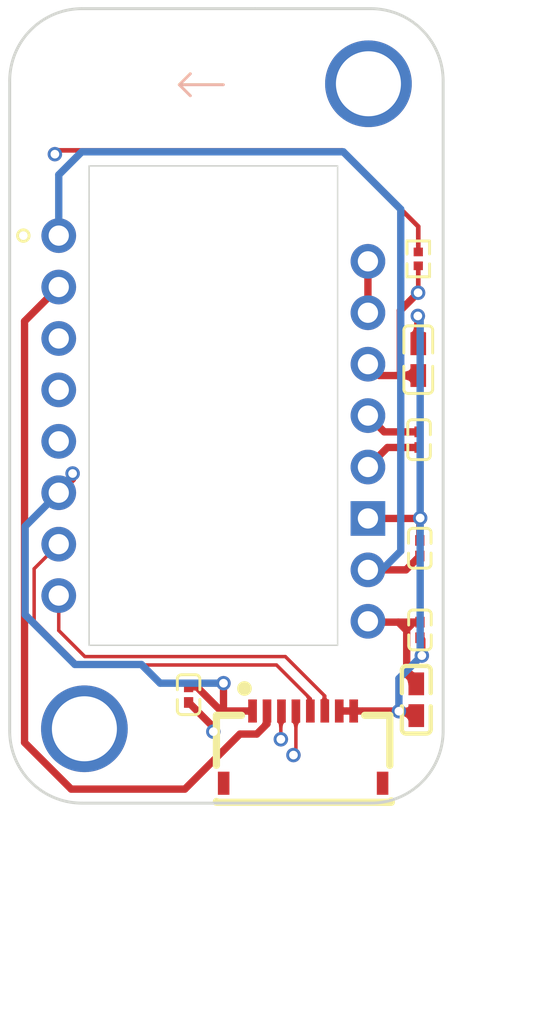
<source format=kicad_pcb>
(kicad_pcb (version 20241229) (generator "pcbnew") (generator_version "9.0")
  (layers (0 "F.Cu" signal) (4 "In1.Cu" signal) (6 "In2.Cu" signal) (8 "In3.Cu" signal) (10 "In4.Cu" signal) (2 "B.Cu" signal) (13 "F.Paste" user) (15 "B.Paste" user) (5 "F.SilkS" user "F.Silkscreen") (7 "B.SilkS" user "B.Silkscreen") (1 "F.Mask" user) (3 "B.Mask" user) (25 "Edge.Cuts" user))
  (net 0 "")
  (net 1 "Net-(U4-CN)")
  (net 2 "Net-(U4-CP)")
  (net 3 "Net-(U4-VCP)")
  (net 4 "Net-(U4-+VCSEL)")
  (net 7 "Net-(U4--VCSEL)")
  (net 9 "D_SS1_CLK")
  (net 10 "D_SS1_NCS")
  (net 11 "D_SS1_MTN")
  (net 12 "D_SS1_RST")
  (net 13 "D_SS1_DIO")
  (net 14 "D_SS1_1V8")
  (net 15 "D_SS1_GND")
  (footprint "pmw3610:PMW3610" (layer "F.Cu") (at 34.093323 44.266182)
    (property "Reference" "U4" (hide yes))
    (property "Value" "PMW3610")
    (fp_circle (center -1.225 0) (end -1.025 0) (stroke (width 0.1)) (fill no) (layer "F.SilkS"))
    (fp_line (start 1.05 -2.413) (end 1.05 -1.18) (stroke (width 0.05)) (layer "Edge.Cuts"))
    (fp_line (start 1.05 -2.413) (end 9.65 -2.413) (stroke (width 0.05)) (layer "Edge.Cuts"))
    (fp_line (start 1.05 -1.18) (end 1.05 14.18) (stroke (width 0.05)) (layer "Edge.Cuts"))
    (fp_line (start 1.05 14.18) (end 9.65 14.18) (stroke (width 0.05)) (layer "Edge.Cuts"))
    (fp_line (start 9.65 -2.413) (end 9.65 -1.18) (stroke (width 0.05)) (layer "Edge.Cuts"))
    (fp_line (start 9.65 -1.18) (end 9.65 14.18) (stroke (width 0.05)) (layer "Edge.Cuts"))
    (pad "1" thru_hole circle (at 0 0) (size 1.2 1.2) (drill 0.7) (layers "*.Cu" "*.Mask") (net 4 "Net-(U4-+VCSEL)"))
    (pad "2" thru_hole circle (at 0 1.78) (size 1.2 1.2) (drill 0.7) (layers "*.Cu" "*.Mask") (net 13 "D_SS1_DIO"))
    (pad "3" thru_hole circle (at 0 3.56) (size 1.2 1.2) (drill 0.7) (layers "*.Cu" "*.Mask") (net 9 "D_SS1_CLK"))
    (pad "4" thru_hole circle (at 0 5.34) (size 1.2 1.2) (drill 0.7) (layers "*.Cu" "*.Mask"))
    (pad "5" thru_hole circle (at 0 7.12) (size 1.2 1.2) (drill 0.7) (layers "*.Cu" "*.Mask") (net 10 "D_SS1_NCS"))
    (pad "6" thru_hole circle (at 0 8.9) (size 1.2 1.2) (drill 0.7) (layers "*.Cu" "*.Mask") (net 14 "D_SS1_1V8"))
    (pad "7" thru_hole circle (at 0 10.68) (size 1.2 1.2) (drill 0.7) (layers "*.Cu" "*.Mask") (net 12 "D_SS1_RST"))
    (pad "8" thru_hole circle (at 0 12.46) (size 1.2 1.2) (drill 0.7) (layers "*.Cu" "*.Mask") (net 11 "D_SS1_MTN"))
    (pad "9" thru_hole circle (at 10.7 13.35) (size 1.2 1.2) (drill 0.7) (layers "*.Cu" "*.Mask") (net 3 "Net-(U4-VCP)"))
    (pad "10" thru_hole circle (at 10.7 11.57) (size 1.2 1.2) (drill 0.7) (layers "*.Cu" "*.Mask") (net 4 "Net-(U4-+VCSEL)"))
    (pad "11" thru_hole rect (at 10.7 9.79) (size 1.2 1.2) (drill 0.7) (layers "*.Cu" "*.Mask") (net 15 "D_SS1_GND"))
    (pad "12" thru_hole circle (at 10.7 8.01) (size 1.2 1.2) (drill 0.7) (layers "*.Cu" "*.Mask") (net 2 "Net-(U4-CP)"))
    (pad "13" thru_hole circle (at 10.7 6.23) (size 1.2 1.2) (drill 0.7) (layers "*.Cu" "*.Mask") (net 1 "Net-(U4-CN)"))
    (pad "14" thru_hole circle (at 10.7 4.45) (size 1.2 1.2) (drill 0.7) (layers "*.Cu" "*.Mask") (net 14 "D_SS1_1V8"))
    (pad "15" thru_hole circle (at 10.7 2.67) (size 1.2 1.2) (drill 0.7) (layers "*.Cu" "*.Mask") (net 7 "Net-(U4--VCSEL)"))
    (pad "16" thru_hole circle (at 10.7 0.89) (size 1.2 1.2) (drill 0.7) (layers "*.Cu" "*.Mask") (net 7 "Net-(U4--VCSEL)"))
  )
  (footprint "easyeda2kicad:C0402" (layer "F.Cu") (at 46.535234 48.560101 90)
    (property "Reference" "C23" (hide yes))
    (property "Value" "GRM155R60J226ME11D")
    (fp_line (start 1.02 -0.5) (end 0.23 -0.5) (stroke (width 0.1)) (layer "F.SilkS"))
    (fp_line (start -1.02 -0.5) (end -0.23 -0.5) (stroke (width 0.1)) (layer "F.SilkS"))
    (fp_line (start 1.17 0.35) (end 1.17 -0.35) (stroke (width 0.1)) (layer "F.SilkS"))
    (fp_line (start -1.17 0.35) (end -1.17 -0.35) (stroke (width 0.1)) (layer "F.SilkS"))
    (fp_line (start 0.23 0.5) (end 1.02 0.5) (stroke (width 0.1)) (layer "F.SilkS"))
    (fp_line (start -0.23 0.5) (end -1.02 0.5) (stroke (width 0.1)) (layer "F.SilkS"))
    (fp_arc (start 1.02 -0.5) (mid 1.126066 -0.456066) (end 1.17 -0.35) (stroke (width 0.1)) (layer "F.SilkS"))
    (fp_arc (start -1.17 -0.35) (mid -1.126066 -0.456066) (end -1.02 -0.5) (stroke (width 0.1)) (layer "F.SilkS"))
    (fp_arc (start 1.17 0.35) (mid 1.126066 0.456066) (end 1.02 0.5) (stroke (width 0.1)) (layer "F.SilkS"))
    (fp_arc (start -1.02 0.5) (mid -1.126066 0.456066) (end -1.17 0.35) (stroke (width 0.1)) (layer "F.SilkS"))
    (pad "1" smd rect (at -0.55 0 90) (size 0.79 0.54) (layers "F.Cu" "F.Mask" "F.Paste") (net 14 "D_SS1_1V8"))
    (pad "2" smd rect (at 0.55 0 90) (size 0.79 0.54) (layers "F.Cu" "F.Mask" "F.Paste") (net 15 "D_SS1_GND"))
  )
  (footprint "easyeda2kicad:C0201" (layer "F.Cu") (at 38.5874 60.155845 90)
    (property "Reference" "C37" (hide yes))
    (property "Value" "CGA0201X5R104K100ET")
    (fp_line (start 0.53 -0.39) (end 0.17 -0.39) (stroke (width 0.1)) (layer "F.SilkS"))
    (fp_line (start -0.53 -0.39) (end -0.17 -0.39) (stroke (width 0.1)) (layer "F.SilkS"))
    (fp_line (start 0.69 0.24) (end 0.69 -0.24) (stroke (width 0.1)) (layer "F.SilkS"))
    (fp_line (start -0.69 0.24) (end -0.69 -0.24) (stroke (width 0.1)) (layer "F.SilkS"))
    (fp_line (start 0.17 0.39) (end 0.53 0.39) (stroke (width 0.1)) (layer "F.SilkS"))
    (fp_line (start -0.17 0.39) (end -0.53 0.39) (stroke (width 0.1)) (layer "F.SilkS"))
    (fp_arc (start 0.53 -0.39) (mid 0.642835 -0.349658) (end 0.690333 -0.239643) (stroke (width 0.1)) (layer "F.SilkS"))
    (fp_arc (start -0.690333 -0.239643) (mid -0.642836 -0.349658) (end -0.53 -0.39) (stroke (width 0.1)) (layer "F.SilkS"))
    (fp_arc (start 0.69 0.24) (mid 0.642348 0.349658) (end 0.529667 0.389644) (stroke (width 0.1)) (layer "F.SilkS"))
    (fp_arc (start -0.529667 0.389644) (mid -0.642348 0.349659) (end -0.69 0.24) (stroke (width 0.1)) (layer "F.SilkS"))
    (pad "1" smd rect (at -0.27 0 90) (size 0.37 0.32) (layers "F.Cu" "F.Mask" "F.Paste") (net 15 "D_SS1_GND"))
    (pad "2" smd rect (at 0.27 0 90) (size 0.37 0.32) (layers "F.Cu" "F.Mask" "F.Paste") (net 14 "D_SS1_1V8"))
  )
  (footprint "easyeda2kicad:C0402" (layer "F.Cu") (at 46.467009 60.331826 90)
    (property "Reference" "C25" (hide yes))
    (property "Value" "CL05A106MP5NUNC_C315248")
    (fp_line (start 1.02 -0.5) (end 0.23 -0.5) (stroke (width 0.15)) (layer "F.SilkS"))
    (fp_line (start -1.02 -0.5) (end -0.23 -0.5) (stroke (width 0.15)) (layer "F.SilkS"))
    (fp_line (start 1.17 0.35) (end 1.17 -0.35) (stroke (width 0.15)) (layer "F.SilkS"))
    (fp_line (start -1.17 0.35) (end -1.17 -0.35) (stroke (width 0.15)) (layer "F.SilkS"))
    (fp_line (start 0.23 0.5) (end 1.02 0.5) (stroke (width 0.15)) (layer "F.SilkS"))
    (fp_line (start -0.23 0.5) (end -1.02 0.5) (stroke (width 0.15)) (layer "F.SilkS"))
    (fp_arc (start 1.02 -0.5) (mid 1.126066 -0.456066) (end 1.17 -0.35) (stroke (width 0.15)) (layer "F.SilkS"))
    (fp_arc (start -1.17 -0.35) (mid -1.126066 -0.456066) (end -1.02 -0.5) (stroke (width 0.15)) (layer "F.SilkS"))
    (fp_arc (start 1.17 0.35) (mid 1.126066 0.456066) (end 1.02 0.5) (stroke (width 0.15)) (layer "F.SilkS"))
    (fp_arc (start -1.02 0.5) (mid -1.126066 0.456066) (end -1.17 0.35) (stroke (width 0.15)) (layer "F.SilkS"))
    (pad "1" smd rect (at -0.55 0 90) (size 0.79 0.54) (layers "F.Cu" "F.Mask" "F.Paste") (net 15 "D_SS1_GND"))
    (pad "2" smd rect (at 0.55 0 90) (size 0.79 0.54) (layers "F.Cu" "F.Mask" "F.Paste") (net 3 "Net-(U4-VCP)"))
  )
  (footprint "easyeda2kicad:C0201" (layer "F.Cu") (at 46.588036 55.087036 -90)
    (property "Reference" "C40" (hide yes))
    (property "Value" "0201B103K160NT")
    (fp_line (start -0.17 0.39) (end -0.53 0.39) (stroke (width 0.1)) (layer "F.SilkS"))
    (fp_line (start 0.17 0.39) (end 0.53 0.39) (stroke (width 0.1)) (layer "F.SilkS"))
    (fp_line (start -0.69 0.24) (end -0.69 -0.24) (stroke (width 0.1)) (layer "F.SilkS"))
    (fp_line (start 0.69 0.24) (end 0.69 -0.24) (stroke (width 0.1)) (layer "F.SilkS"))
    (fp_line (start -0.53 -0.39) (end -0.17 -0.39) (stroke (width 0.1)) (layer "F.SilkS"))
    (fp_line (start 0.53 -0.39) (end 0.17 -0.39) (stroke (width 0.1)) (layer "F.SilkS"))
    (fp_arc (start -0.529667 0.389644) (mid -0.642348 0.349659) (end -0.69 0.24) (stroke (width 0.1)) (layer "F.SilkS"))
    (fp_arc (start 0.69 0.24) (mid 0.642348 0.349658) (end 0.529667 0.389644) (stroke (width 0.1)) (layer "F.SilkS"))
    (fp_arc (start -0.690333 -0.239643) (mid -0.642836 -0.349658) (end -0.53 -0.39) (stroke (width 0.1)) (layer "F.SilkS"))
    (fp_arc (start 0.53 -0.39) (mid 0.642835 -0.349658) (end 0.690333 -0.239643) (stroke (width 0.1)) (layer "F.SilkS"))
    (pad "1" smd rect (at -0.27 0 270) (size 0.37 0.32) (layers "F.Cu" "F.Mask" "F.Paste") (net 15 "D_SS1_GND"))
    (pad "2" smd rect (at 0.27 0 270) (size 0.37 0.32) (layers "F.Cu" "F.Mask" "F.Paste") (net 4 "Net-(U4-+VCSEL)"))
  )
  (footprint "easyeda2kicad:FPC-SMD_8P-P0.50_JS_AFH34-S08FIA-1H" (layer "F.Cu") (at 42.550323 61.971582 180)
    (property "Reference" "FPC2" (hide yes))
    (property "Value" "AFH34-S08FIA-1H")
    (fp_line (start 3 1.1) (end 3 -0.63) (stroke (width 0.25)) (layer "F.SilkS"))
    (fp_line (start 3 -1.88) (end 3 -1.91) (stroke (width 0.25)) (layer "F.SilkS"))
    (fp_line (start 3 -1.91) (end -3 -1.91) (stroke (width 0.25)) (layer "F.SilkS"))
    (fp_line (start 2.13 1.1) (end 3 1.1) (stroke (width 0.25)) (layer "F.SilkS"))
    (fp_line (start -3 1.1) (end -2.13 1.1) (stroke (width 0.25)) (layer "F.SilkS"))
    (fp_line (start -3 1.1) (end -3 -0.63) (stroke (width 0.25)) (layer "F.SilkS"))
    (fp_line (start -3.05 -1.91) (end -3.05 -1.86) (stroke (width 0.25)) (layer "F.SilkS"))
    (fp_circle (center 2.03 2.03) (end 2.16 2.03) (stroke (width 0.25)) (fill no) (layer "F.SilkS"))
    (pad "1" smd rect (at 1.75 1.25) (size 0.3 0.8) (layers "F.Cu" "F.Mask" "F.Paste") (net 14 "D_SS1_1V8"))
    (pad "2" smd rect (at 1.25 1.25) (size 0.3 0.8) (layers "F.Cu" "F.Mask" "F.Paste") (net 13 "D_SS1_DIO"))
    (pad "3" smd rect (at 0.75 1.25) (size 0.3 0.8) (layers "F.Cu" "F.Mask" "F.Paste") (net 9 "D_SS1_CLK"))
    (pad "4" smd rect (at 0.25 1.25) (size 0.3 0.8) (layers "F.Cu" "F.Mask" "F.Paste") (net 10 "D_SS1_NCS"))
    (pad "5" smd rect (at -0.25 1.25) (size 0.3 0.8) (layers "F.Cu" "F.Mask" "F.Paste") (net 12 "D_SS1_RST"))
    (pad "6" smd rect (at -0.75 1.25) (size 0.3 0.8) (layers "F.Cu" "F.Mask" "F.Paste") (net 11 "D_SS1_MTN"))
    (pad "7" smd rect (at -1.25 1.25) (size 0.3 0.8) (layers "F.Cu" "F.Mask" "F.Paste") (net 15 "D_SS1_GND"))
    (pad "8" smd rect (at -1.75 1.25) (size 0.3 0.8) (layers "F.Cu" "F.Mask" "F.Paste") (net 15 "D_SS1_GND"))
    (pad "9" smd rect (at -2.75 -1.25) (size 0.4 0.8) (layers "F.Cu" "F.Mask" "F.Paste"))
    (pad "10" smd rect (at 2.75 -1.25) (size 0.4 0.8) (layers "F.Cu" "F.Mask" "F.Paste"))
  )
  (footprint "easyeda2kicad:C0201" (layer "F.Cu") (at 46.562959 51.329564 -90)
    (property "Reference" "C22" (hide yes))
    (property "Value" "CGA0201X5R104K100ET")
    (fp_line (start -0.17 0.39) (end -0.53 0.39) (stroke (width 0.1)) (layer "F.SilkS"))
    (fp_line (start 0.17 0.39) (end 0.53 0.39) (stroke (width 0.1)) (layer "F.SilkS"))
    (fp_line (start -0.69 0.24) (end -0.69 -0.24) (stroke (width 0.1)) (layer "F.SilkS"))
    (fp_line (start 0.69 0.24) (end 0.69 -0.24) (stroke (width 0.1)) (layer "F.SilkS"))
    (fp_line (start -0.53 -0.39) (end -0.17 -0.39) (stroke (width 0.1)) (layer "F.SilkS"))
    (fp_line (start 0.53 -0.39) (end 0.17 -0.39) (stroke (width 0.1)) (layer "F.SilkS"))
    (fp_arc (start -0.529667 0.389644) (mid -0.642348 0.349659) (end -0.69 0.24) (stroke (width 0.1)) (layer "F.SilkS"))
    (fp_arc (start 0.69 0.24) (mid 0.642348 0.349658) (end 0.529667 0.389644) (stroke (width 0.1)) (layer "F.SilkS"))
    (fp_arc (start -0.690333 -0.239643) (mid -0.642836 -0.349658) (end -0.53 -0.39) (stroke (width 0.1)) (layer "F.SilkS"))
    (fp_arc (start 0.53 -0.39) (mid 0.642835 -0.349658) (end 0.690333 -0.239643) (stroke (width 0.1)) (layer "F.SilkS"))
    (pad "1" smd rect (at -0.27 0 270) (size 0.37 0.32) (layers "F.Cu" "F.Mask" "F.Paste") (net 1 "Net-(U4-CN)"))
    (pad "2" smd rect (at 0.27 0 270) (size 0.37 0.32) (layers "F.Cu" "F.Mask" "F.Paste") (net 2 "Net-(U4-CP)"))
  )
  (footprint "easyeda2kicad:C0201" (layer "F.Cu") (at 46.593127 57.915839 90)
    (property "Reference" "C39" (hide yes))
    (property "Value" "0201B103K160NT")
    (fp_line (start 0.53 -0.39) (end 0.17 -0.39) (stroke (width 0.1)) (layer "F.SilkS"))
    (fp_line (start -0.53 -0.39) (end -0.17 -0.39) (stroke (width 0.1)) (layer "F.SilkS"))
    (fp_line (start 0.69 0.24) (end 0.69 -0.24) (stroke (width 0.1)) (layer "F.SilkS"))
    (fp_line (start -0.69 0.24) (end -0.69 -0.24) (stroke (width 0.1)) (layer "F.SilkS"))
    (fp_line (start 0.17 0.39) (end 0.53 0.39) (stroke (width 0.1)) (layer "F.SilkS"))
    (fp_line (start -0.17 0.39) (end -0.53 0.39) (stroke (width 0.1)) (layer "F.SilkS"))
    (fp_arc (start 0.53 -0.39) (mid 0.642835 -0.349658) (end 0.690333 -0.239643) (stroke (width 0.1)) (layer "F.SilkS"))
    (fp_arc (start -0.690333 -0.239643) (mid -0.642836 -0.349658) (end -0.53 -0.39) (stroke (width 0.1)) (layer "F.SilkS"))
    (fp_arc (start 0.69 0.24) (mid 0.642348 0.349658) (end 0.529667 0.389644) (stroke (width 0.1)) (layer "F.SilkS"))
    (fp_arc (start -0.529667 0.389644) (mid -0.642348 0.349659) (end -0.69 0.24) (stroke (width 0.1)) (layer "F.SilkS"))
    (pad "1" smd rect (at -0.27 0 90) (size 0.37 0.32) (layers "F.Cu" "F.Mask" "F.Paste") (net 15 "D_SS1_GND"))
    (pad "2" smd rect (at 0.27 0 90) (size 0.37 0.32) (layers "F.Cu" "F.Mask" "F.Paste") (net 3 "Net-(U4-VCP)"))
  )
  (footprint "easyeda2kicad:R0201" (layer "F.Cu") (at 46.535191 45.071727 -90)
    (property "Reference" "R43" (hide yes))
    (property "Value" "RC-01W103JT")
    (fp_line (start -0.62 0.39) (end -0.62 -0.39) (stroke (width 0.1)) (layer "F.SilkS"))
    (fp_line (start -0.17 0.39) (end -0.62 0.39) (stroke (width 0.1)) (layer "F.SilkS"))
    (fp_line (start 0.17 0.39) (end 0.62 0.39) (stroke (width 0.1)) (layer "F.SilkS"))
    (fp_line (start 0.62 0.39) (end 0.62 -0.39) (stroke (width 0.1)) (layer "F.SilkS"))
    (fp_line (start -0.62 -0.39) (end -0.17 -0.39) (stroke (width 0.1)) (layer "F.SilkS"))
    (fp_line (start 0.62 -0.39) (end 0.17 -0.39) (stroke (width 0.1)) (layer "F.SilkS"))
    (pad "1" smd rect (at -0.24 0 270) (size 0.3 0.32) (layers "F.Cu" "F.Mask" "F.Paste") (net 12 "D_SS1_RST"))
    (pad "2" smd rect (at 0.24 0 270) (size 0.3 0.32) (layers "F.Cu" "F.Mask" "F.Paste") (net 14 "D_SS1_1V8"))
  )
  (gr_line (start 44.896188 36.410367) (end 40.896188 36.410367) (stroke (width 0.1)) (layer "Edge.Cuts"))
  (gr_arc (start 32.396188 38.910367) (mid 33.128421 37.1426) (end 34.896188 36.410367) (stroke (width 0.1)) (layer "Edge.Cuts"))
  (gr_arc (start 47.396188 61.410367) (mid 46.663955 63.178134) (end 44.896188 63.910367) (stroke (width 0.1)) (layer "Edge.Cuts"))
  (gr_line (start 47.396188 38.910367) (end 47.396188 61.410367) (stroke (width 0.1)) (layer "Edge.Cuts"))
  (gr_line (start 34.896188 63.910367) (end 39.646188 63.910367) (stroke (width 0.1)) (layer "Edge.Cuts"))
  (gr_arc (start 34.896188 63.910367) (mid 33.128421 63.178134) (end 32.396188 61.410367) (stroke (width 0.1)) (layer "Edge.Cuts"))
  (gr_line (start 32.396188 38.910367) (end 32.396188 61.410367) (stroke (width 0.1)) (layer "Edge.Cuts"))
  (gr_arc (start 44.896188 36.410367) (mid 46.663955 37.1426) (end 47.396188 38.910367) (stroke (width 0.1)) (layer "Edge.Cuts"))
  (gr_line (start 34.896188 36.410367) (end 40.896188 36.410367) (stroke (width 0.1)) (layer "Edge.Cuts"))
  (gr_line (start 44.796188 63.910367) (end 44.896188 63.910367) (stroke (width 0.1)) (layer "Edge.Cuts"))
  (gr_line (start 39.646188 63.910367) (end 44.796188 63.910367) (stroke (width 0.1)) (layer "Edge.Cuts"))
  (gr_text "→" (at 40.329604 40.051956 0) (layer "F.SilkS") (effects (font (size 2 2) (thickness 0.1)) (justify left bottom mirror)))
  (gr_text "→" (at 40.332362 40.056566 0) (layer "B.SilkS") (effects (font (size 2 2) (thickness 0.1)) (justify left bottom mirror)))
  (via (at 34.981123 61.33671) (size 3) (drill 2.25) (layers "F.Cu" "B.Cu") (net 0))
  (via (at 44.810923 39.009982) (size 3) (drill 2.25) (layers "F.Cu" "B.Cu") (net 0))
  (segment (start 45.356705 51.059564) (end 44.793323 50.496182) (width 0.254) (layer "F.Cu") (net 1))
  (segment (start 46.562959 51.059564) (end 45.356705 51.059564) (width 0.254) (layer "F.Cu") (net 1))
  (segment (start 46.562959 51.599564) (end 45.469941 51.599564) (width 0.254) (layer "F.Cu") (net 2))
  (segment (start 45.469941 51.599564) (end 44.793323 52.276182) (width 0.254) (layer "F.Cu") (net 2))
  (segment (start 46.135364 59.450181) (end 46.135364 57.915478) (width 0.254) (layer "F.Cu") (net 3))
  (segment (start 45.844495 57.645839) (end 44.82298 57.645839) (width 0.254) (layer "F.Cu") (net 3))
  (segment (start 46.383773 57.645839) (end 46.593127 57.645839) (width 0.254) (layer "F.Cu") (net 3))
  (segment (start 46.114134 57.915478) (end 45.844495 57.645839) (width 0.254) (layer "F.Cu") (net 3))
  (segment (start 46.114134 57.915478) (end 46.383773 57.645839) (width 0.254) (layer "F.Cu") (net 3))
  (segment (start 44.82298 57.645839) (end 44.793323 57.616182) (width 0.254) (layer "F.Cu") (net 3))
  (segment (start 46.135364 57.915478) (end 46.114134 57.915478) (width 0.254) (layer "F.Cu") (net 3))
  (segment (start 46.593127 57.645839) (end 45.844495 57.645839) (width 0.254) (layer "F.Cu") (net 3))
  (segment (start 46.135364 57.792602) (end 46.282127 57.645839) (width 0.254) (layer "F.Cu") (net 3))
  (segment (start 46.467009 59.781826) (end 46.135364 59.450181) (width 0.254) (layer "F.Cu") (net 3))
  (segment (start 46.135364 57.915478) (end 46.135364 57.792602) (width 0.254) (layer "F.Cu") (net 3))
  (segment (start 46.282127 57.645839) (end 46.593127 57.645839) (width 0.254) (layer "F.Cu") (net 3))
  (segment (start 44.793323 55.836182) (end 46.10889 55.836182) (width 0.254) (layer "F.Cu") (net 4))
  (segment (start 46.10889 55.836182) (end 46.588036 55.357036) (width 0.254) (layer "F.Cu") (net 4))
  (segment (start 43.93987 41.364571) (end 34.889442 41.364571) (width 0.254) (layer "B.Cu") (net 4))
  (segment (start 34.889442 41.364571) (end 34.093323 42.16069) (width 0.254) (layer "B.Cu") (net 4))
  (segment (start 44.793323 55.836182) (end 45.276823 55.836182) (width 0.254) (layer "B.Cu") (net 4))
  (segment (start 45.276823 55.836182) (end 45.928844 55.184161) (width 0.254) (layer "B.Cu") (net 4))
  (segment (start 45.928844 55.184161) (end 45.928844 43.353545) (width 0.254) (layer "B.Cu") (net 4))
  (segment (start 34.093323 42.16069) (end 34.093323 44.266182) (width 0.254) (layer "B.Cu") (net 4))
  (segment (start 45.928844 43.353545) (end 43.93987 41.364571) (width 0.254) (layer "B.Cu") (net 4))
  (segment (start 44.793323 46.936182) (end 44.793323 45.156182) (width 0.254) (layer "F.Cu") (net 7))
  (segment (start 41.779321 61.700585) (end 41.779321 60.742584) (width 0.12) (layer "F.Cu") (net 9))
  (segment (start 41.779321 60.742584) (end 41.800323 60.721582) (width 0.12) (layer "F.Cu") (net 9))
  (via (at 41.779321 61.700585) (size 0.5) (drill 0.3) (layers "F.Cu" "B.Cu") (net 9))
  (segment (start 42.300323 62.162601) (end 42.300323 60.721582) (width 0.12) (layer "F.Cu") (net 10))
  (segment (start 42.215881 62.247043) (end 42.300323 62.162601) (width 0.12) (layer "F.Cu") (net 10))
  (via (at 42.215881 62.247043) (size 0.5) (drill 0.3) (layers "F.Cu" "B.Cu") (net 10))
  (segment (start 41.936762 58.838021) (end 34.996347 58.838021) (width 0.12) (layer "F.Cu") (net 11))
  (segment (start 34.996347 58.838021) (end 34.093323 57.934997) (width 0.12) (layer "F.Cu") (net 11))
  (segment (start 43.300323 60.721582) (end 43.300323 60.201582) (width 0.12) (layer "F.Cu") (net 11))
  (segment (start 34.093323 57.934997) (end 34.093323 56.726182) (width 0.12) (layer "F.Cu") (net 11))
  (segment (start 43.300323 60.201582) (end 41.936762 58.838021) (width 0.12) (layer "F.Cu") (net 11))
  (segment (start 33.242167 55.797338) (end 33.242167 57.600449) (width 0.12) (layer "F.Cu") (net 12))
  (segment (start 33.959397 41.447135) (end 34.091634 41.314898) (width 0.16) (layer "F.Cu") (net 12))
  (segment (start 43.898476 41.314898) (end 46.535191 43.951613) (width 0.16) (layer "F.Cu") (net 12))
  (segment (start 42.800323 60.299582) (end 42.800323 60.721582) (width 0.12) (layer "F.Cu") (net 12))
  (segment (start 34.093323 54.946182) (end 33.242167 55.797338) (width 0.12) (layer "F.Cu") (net 12))
  (segment (start 41.629341 59.1286) (end 42.800323 60.299582) (width 0.12) (layer "F.Cu") (net 12))
  (segment (start 34.770318 59.1286) (end 41.629341 59.1286) (width 0.12) (layer "F.Cu") (net 12))
  (segment (start 46.535191 43.951613) (end 46.535191 44.831727) (width 0.16) (layer "F.Cu") (net 12))
  (segment (start 34.091634 41.314898) (end 43.898476 41.314898) (width 0.16) (layer "F.Cu") (net 12))
  (segment (start 33.242167 57.600449) (end 34.770318 59.1286) (width 0.12) (layer "F.Cu") (net 12))
  (via (at 33.959397 41.447135) (size 0.5) (drill 0.3) (layers "F.Cu" "B.Cu") (net 12))
  (segment (start 34.093323 46.046182) (end 32.909809 47.229696) (width 0.254) (layer "F.Cu") (net 13))
  (segment (start 41.300323 61.166469) (end 41.300323 60.721582) (width 0.254) (layer "F.Cu") (net 13))
  (segment (start 34.52347 63.425584) (end 38.457222 63.425584) (width 0.254) (layer "F.Cu") (net 13))
  (segment (start 40.363529 61.519277) (end 40.947515 61.519277) (width 0.254) (layer "F.Cu") (net 13))
  (segment (start 32.909809 47.229696) (end 32.909809 61.811923) (width 0.254) (layer "F.Cu") (net 13))
  (segment (start 32.909809 61.811923) (end 34.52347 63.425584) (width 0.254) (layer "F.Cu") (net 13))
  (segment (start 38.457222 63.425584) (end 40.363529 61.519277) (width 0.254) (layer "F.Cu") (net 13))
  (segment (start 40.947515 61.519277) (end 41.300323 61.166469) (width 0.254) (layer "F.Cu") (net 13))
  (segment (start 39.794706 60.635652) (end 39.708776 60.721582) (width 0.254) (layer "F.Cu") (net 14))
  (segment (start 45.748462 49.110101) (end 45.187242 49.110101) (width 0.254) (layer "F.Cu") (net 14))
  (segment (start 39.708776 60.721582) (end 38.873039 59.885845) (width 0.254) (layer "F.Cu") (net 14))
  (segment (start 46.528387 46.243873) (end 45.913829 46.858431) (width 0.254) (layer "F.Cu") (net 14))
  (segment (start 46.535191 46.237839) (end 46.529157 46.243873) (width 0.16) (layer "F.Cu") (net 14))
  (segment (start 45.913829 49.102725) (end 45.921205 49.110101) (width 0.254) (layer "F.Cu") (net 14))
  (segment (start 46.535191 45.311727) (end 46.535191 46.237839) (width 0.16) (layer "F.Cu") (net 14))
  (segment (start 45.890713 49.110101) (end 45.748462 49.110101) (width 0.254) (layer "F.Cu") (net 14))
  (segment (start 45.913829 46.858431) (end 45.913829 49.102725) (width 0.254) (layer "F.Cu") (net 14))
  (segment (start 45.187242 49.110101) (end 44.793323 48.716182) (width 0.254) (layer "F.Cu") (net 14))
  (segment (start 46.535234 49.110101) (end 45.890713 49.110101) (width 0.254) (layer "F.Cu") (net 14))
  (segment (start 38.873039 59.885845) (end 38.5874 59.885845) (width 0.254) (layer "F.Cu") (net 14))
  (segment (start 34.573323 52.500297) (end 34.573323 52.686182) (width 0.254) (layer "F.Cu") (net 14))
  (segment (start 40.800323 60.721582) (end 39.708776 60.721582) (width 0.254) (layer "F.Cu") (net 14))
  (segment (start 39.794706 59.758879) (end 39.794706 60.635652) (width 0.254) (layer "F.Cu") (net 14))
  (segment (start 34.573323 52.686182) (end 34.093323 53.166182) (width 0.254) (layer "F.Cu") (net 14))
  (segment (start 46.529157 46.243873) (end 46.528387 46.243873) (width 0.254) (layer "F.Cu") (net 14))
  (via (at 34.573323 52.500297) (size 0.5) (drill 0.3) (layers "F.Cu" "B.Cu") (net 14))
  (via (at 46.529157 46.243873) (size 0.5) (drill 0.3) (layers "F.Cu" "B.Cu") (net 14))
  (via (at 39.794706 59.758879) (size 0.5) (drill 0.3) (layers "F.Cu" "B.Cu") (net 14))
  (segment (start 36.954596 59.111909) (end 34.653237 59.111909) (width 0.254) (layer "B.Cu") (net 14))
  (segment (start 32.930662 54.328843) (end 34.093323 53.166182) (width 0.254) (layer "B.Cu") (net 14))
  (segment (start 37.601566 59.758879) (end 36.954596 59.111909) (width 0.254) (layer "B.Cu") (net 14))
  (segment (start 39.794706 59.758879) (end 37.601566 59.758879) (width 0.254) (layer "B.Cu") (net 14))
  (segment (start 34.653237 59.111909) (end 32.930662 57.389334) (width 0.254) (layer "B.Cu") (net 14))
  (segment (start 32.930662 57.389334) (end 32.930662 54.328843) (width 0.254) (layer "B.Cu") (net 14))
  (segment (start 44.057749 60.721582) (end 44.300323 60.721582) (width 0.254) (layer "F.Cu") (net 15))
  (segment (start 46.588036 54.055594) (end 46.601215 54.042415) (width 0.254) (layer "F.Cu") (net 15))
  (segment (start 46.520233 47.9951) (end 46.535234 48.010101) (width 0.254) (layer "F.Cu") (net 15))
  (segment (start 46.658671 58.251383) (end 46.593127 58.185839) (width 0.254) (layer "F.Cu") (net 15))
  (segment (start 45.857938 60.721582) (end 44.300323 60.721582) (width 0.254) (layer "F.Cu") (net 15))
  (segment (start 45.864875 60.728519) (end 46.149054 60.728519) (width 0.254) (layer "F.Cu") (net 15))
  (segment (start 46.149054 60.728519) (end 46.302361 60.881826) (width 0.254) (layer "F.Cu") (net 15))
  (segment (start 46.588036 54.817036) (end 46.588036 54.055594) (width 0.254) (layer "F.Cu") (net 15))
  (segment (start 45.864875 60.728519) (end 45.857938 60.721582) (width 0.254) (layer "F.Cu") (net 15))
  (segment (start 43.800323 60.721582) (end 44.057749 60.721582) (width 0.254) (layer "F.Cu") (net 15))
  (segment (start 46.520233 47.046313) (end 46.520233 47.9951) (width 0.254) (layer "F.Cu") (net 15))
  (segment (start 46.302361 60.881826) (end 46.467009 60.881826) (width 0.254) (layer "F.Cu") (net 15))
  (segment (start 44.793323 54.056182) (end 46.587448 54.056182) (width 0.254) (layer "F.Cu") (net 15))
  (segment (start 39.442908 61.277253) (end 38.5915 60.425845) (width 0.254) (layer "F.Cu") (net 15))
  (segment (start 46.587448 54.056182) (end 46.601215 54.042415) (width 0.254) (layer "F.Cu") (net 15))
  (segment (start 46.658671 58.804086) (end 46.658671 58.251383) (width 0.254) (layer "F.Cu") (net 15))
  (segment (start 39.442908 61.435154) (end 39.442908 61.277253) (width 0.254) (layer "F.Cu") (net 15))
  (via (at 46.658671 58.804086) (size 0.5) (drill 0.3) (layers "F.Cu" "B.Cu") (net 15))
  (via (at 46.601215 54.042415) (size 0.5) (drill 0.3) (layers "F.Cu" "B.Cu") (net 15))
  (via (at 46.520233 47.046313) (size 0.5) (drill 0.3) (layers "F.Cu" "B.Cu") (net 15))
  (via (at 45.864875 60.728519) (size 0.5) (drill 0.3) (layers "F.Cu" "B.Cu") (net 15))
  (via (at 39.442908 61.435154) (size 0.5) (drill 0.3) (layers "F.Cu" "B.Cu") (net 15))
  (segment (start 46.520233 47.046313) (end 46.601215 47.127295) (width 0.254) (layer "B.Cu") (net 15))
  (segment (start 46.601215 58.74663) (end 46.658671 58.804086) (width 0.254) (layer "B.Cu") (net 15))
  (segment (start 46.601215 54.042415) (end 46.601215 58.74663) (width 0.254) (layer "B.Cu") (net 15))
  (segment (start 45.864875 60.728519) (end 45.864875 59.597882) (width 0.254) (layer "B.Cu") (net 15))
  (segment (start 46.601215 47.127295) (end 46.601215 54.042415) (width 0.254) (layer "B.Cu") (net 15))
  (segment (start 45.864875 59.597882) (end 46.658671 58.804086) (width 0.254) (layer "B.Cu") (net 15))
)
</source>
